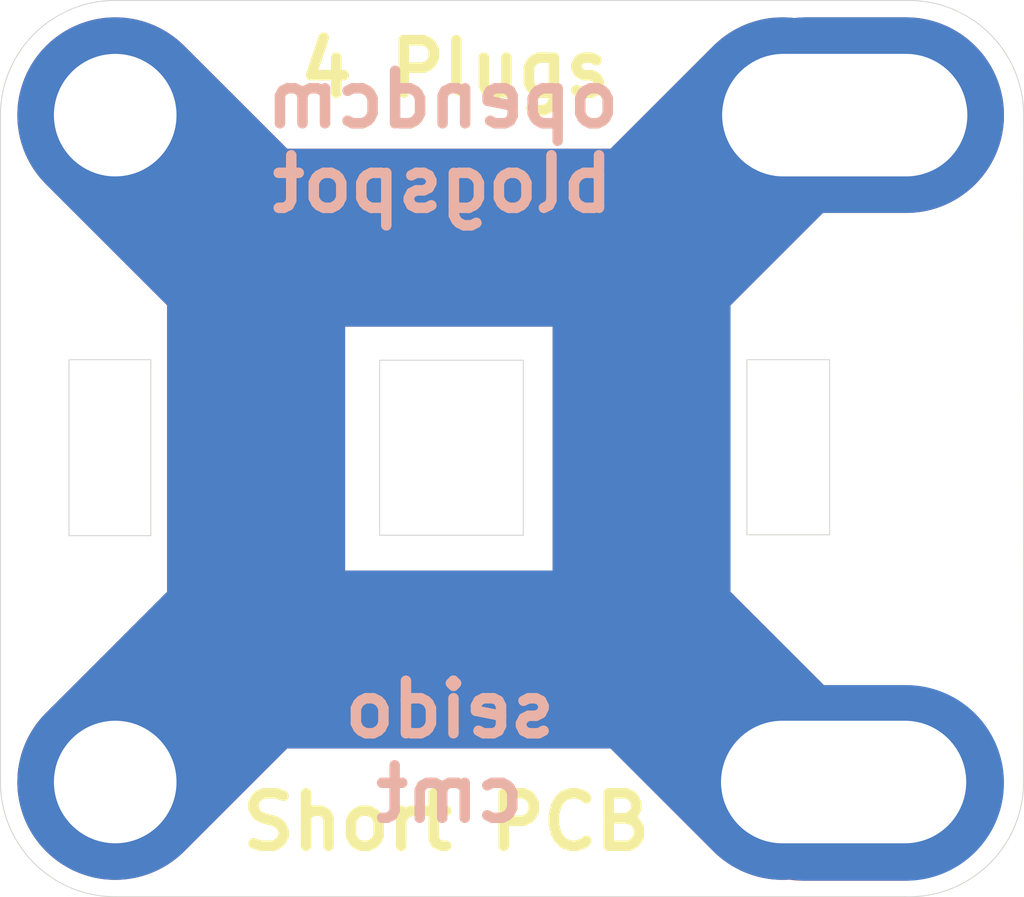
<source format=kicad_pcb>
(kicad_pcb (version 20171130) (host pcbnew 5.1.0-060a0da~80~ubuntu14.04.1)

  (general
    (thickness 1.6)
    (drawings 24)
    (tracks 20)
    (zones 0)
    (modules 4)
    (nets 1)
  )

  (page A4)
  (layers
    (0 F.Cu signal)
    (31 B.Cu signal)
    (32 B.Adhes user)
    (33 F.Adhes user)
    (34 B.Paste user)
    (35 F.Paste user)
    (36 B.SilkS user)
    (37 F.SilkS user)
    (38 B.Mask user)
    (39 F.Mask user)
    (40 Dwgs.User user)
    (41 Cmts.User user)
    (42 Eco1.User user)
    (43 Eco2.User user)
    (44 Edge.Cuts user)
    (45 Margin user)
    (46 B.CrtYd user)
    (47 F.CrtYd user)
    (48 B.Fab user)
    (49 F.Fab user)
  )

  (setup
    (last_trace_width 0.25)
    (trace_clearance 0.2)
    (zone_clearance 0.508)
    (zone_45_only no)
    (trace_min 0.2)
    (via_size 0.8)
    (via_drill 0.4)
    (via_min_size 0.4)
    (via_min_drill 0.3)
    (uvia_size 0.3)
    (uvia_drill 0.1)
    (uvias_allowed no)
    (uvia_min_size 0.2)
    (uvia_min_drill 0.1)
    (edge_width 0.0254)
    (segment_width 0.2)
    (pcb_text_width 0.3)
    (pcb_text_size 1.5 1.5)
    (mod_edge_width 0.15)
    (mod_text_size 1 1)
    (mod_text_width 0.15)
    (pad_size 8.5 5)
    (pad_drill 7)
    (pad_to_mask_clearance 0.2)
    (solder_mask_min_width 0.25)
    (aux_axis_origin 143.129 111.76)
    (grid_origin 143.129 92.71)
    (visible_elements FFFFFFFF)
    (pcbplotparams
      (layerselection 0x010fc_ffffffff)
      (usegerberextensions false)
      (usegerberattributes false)
      (usegerberadvancedattributes false)
      (creategerberjobfile false)
      (excludeedgelayer true)
      (linewidth 0.100000)
      (plotframeref false)
      (viasonmask false)
      (mode 1)
      (useauxorigin false)
      (hpglpennumber 1)
      (hpglpenspeed 20)
      (hpglpendiameter 15.000000)
      (psnegative false)
      (psa4output false)
      (plotreference true)
      (plotvalue true)
      (plotinvisibletext false)
      (padsonsilk false)
      (subtractmaskfromsilk false)
      (outputformat 1)
      (mirror false)
      (drillshape 1)
      (scaleselection 1)
      (outputdirectory ""))
  )

  (net 0 "")

  (net_class Default "This is the default net class."
    (clearance 0.2)
    (trace_width 0.25)
    (via_dia 0.8)
    (via_drill 0.4)
    (uvia_dia 0.3)
    (uvia_drill 0.1)
  )

  (module cal_zero_uni:VIA_oval (layer F.Cu) (tedit 5C528909) (tstamp 5C528C60)
    (at 201.3458 89.154)
    (path /5AE36678)
    (fp_text reference U1 (at 0 0.5) (layer F.SilkS)
      (effects (font (size 1 1) (thickness 0.15)))
    )
    (fp_text value VIA (at 0 -0.5) (layer F.Fab)
      (effects (font (size 1 1) (thickness 0.15)))
    )
    (pad 1 thru_hole oval (at 0 0) (size 8.5 5) (drill oval 7 3.5) (layers *.Cu *.Mask))
  )

  (module cal_zero_uni:VIA (layer F.Cu) (tedit 5C055CDB) (tstamp 5AE36BFF)
    (at 180.5178 108.204 270)
    (path /5AE3685D)
    (fp_text reference U4 (at 0 0.5 270) (layer F.SilkS)
      (effects (font (size 1 1) (thickness 0.15)))
    )
    (fp_text value VIA (at 0 -0.5 270) (layer F.Fab)
      (effects (font (size 1 1) (thickness 0.15)))
    )
    (pad 1 thru_hole circle (at 0 0 270) (size 5 5) (drill 3.5) (layers *.Cu *.Mask))
  )

  (module cal_zero_uni:VIA (layer F.Cu) (tedit 5C055CDB) (tstamp 5AE36C17)
    (at 180.5178 89.154 270)
    (path /5AE366F5)
    (fp_text reference U2 (at 0 0.5 270) (layer F.SilkS)
      (effects (font (size 1 1) (thickness 0.15)))
    )
    (fp_text value VIA (at 0 -0.5 270) (layer F.Fab)
      (effects (font (size 1 1) (thickness 0.15)))
    )
    (pad 1 thru_hole circle (at 0 0 270) (size 5 5) (drill 3.5) (layers *.Cu *.Mask))
  )

  (module cal_zero_uni:VIA_oval (layer F.Cu) (tedit 5C528909) (tstamp 5C52898A)
    (at 201.31405 108.204)
    (path /5AE367CF)
    (fp_text reference U3 (at 0 0.5) (layer F.SilkS)
      (effects (font (size 1 1) (thickness 0.15)))
    )
    (fp_text value VIA (at 0 -0.5) (layer F.Fab)
      (effects (font (size 1 1) (thickness 0.15)))
    )
    (pad 1 thru_hole oval (at 0 0) (size 8.5 5) (drill oval 7 3.5) (layers *.Cu *.Mask))
  )

  (gr_text "seido\ncmt" (at 190.0682 107.3404) (layer B.SilkS) (tstamp 5C056AE8)
    (effects (font (size 1.5 1.5) (thickness 0.3)) (justify mirror))
  )
  (gr_text "opendcm\nblogspot" (at 189.865 89.916) (layer B.SilkS) (tstamp 5C0566A1)
    (effects (font (size 1.5 1.5) (thickness 0.3)) (justify mirror))
  )
  (gr_line (start 203.073 111.4806) (end 180.5178 111.4806) (layer Edge.Cuts) (width 0.0254) (tstamp 5C055DE0))
  (gr_text "4 Plugs" (at 190.2206 87.8332) (layer F.SilkS) (tstamp 5B0EF8F6)
    (effects (font (size 1.5 1.5) (thickness 0.3)))
  )
  (gr_text "Short PCB" (at 189.9666 109.347) (layer F.SilkS)
    (effects (font (size 1.5 1.5) (thickness 0.3)))
  )
  (gr_line (start 181.5338 96.139) (end 179.197 96.139) (layer Edge.Cuts) (width 0.0254) (tstamp 5B0EEF41))
  (gr_line (start 181.5338 96.139) (end 181.5338 101.1682) (layer Edge.Cuts) (width 0.0254) (tstamp 5B0EEF40))
  (gr_line (start 179.197 101.1682) (end 181.5338 101.1682) (layer Edge.Cuts) (width 0.0254) (tstamp 5B0EEF3F))
  (gr_line (start 179.197 96.139) (end 179.197 101.1682) (layer Edge.Cuts) (width 0.0254) (tstamp 5B0EEF3E))
  (gr_line (start 200.914 96.139) (end 200.914 101.1428) (layer Edge.Cuts) (width 0.0254) (tstamp 5B0EEF11))
  (gr_line (start 198.5518 96.139) (end 198.5518 101.1428) (layer Edge.Cuts) (width 0.0254) (tstamp 5B0EEEDA))
  (gr_line (start 192.1678 101.154) (end 188.0678 101.154) (layer Edge.Cuts) (width 0.0254) (tstamp 5B0EEDE5))
  (gr_line (start 188.0678 96.154) (end 188.0678 101.154) (layer Edge.Cuts) (width 0.0254) (tstamp 5B0EEDDD))
  (gr_line (start 192.1678 96.154) (end 188.0678 96.154) (layer Edge.Cuts) (width 0.0254) (tstamp 5B0EEA38))
  (gr_line (start 192.1678 96.154) (end 192.1678 101.154) (layer Edge.Cuts) (width 0.0254) (tstamp 5B0EEA35))
  (gr_line (start 198.5518 101.1428) (end 200.914 101.1428) (layer Edge.Cuts) (width 0.0254))
  (gr_line (start 200.914 96.139) (end 198.5518 96.139) (layer Edge.Cuts) (width 0.0254) (tstamp 5AEBEAD6))
  (gr_line (start 203.1746 85.8774) (end 180.5178 85.8774) (layer Edge.Cuts) (width 0.0254))
  (gr_line (start 206.449627 108.305551) (end 206.45374 89.1032) (layer Edge.Cuts) (width 0.0254) (tstamp 5C528CF6))
  (gr_line (start 177.2412 89.154) (end 177.2412 108.204) (layer Edge.Cuts) (width 0.0254) (tstamp 5AEBEA33))
  (gr_arc (start 203.173025 108.204) (end 203.071425 111.4806) (angle -90.00085275) (layer Edge.Cuts) (width 0.0254))
  (gr_arc (start 203.17714 89.154886) (end 206.45374 89.1032) (angle -89.14068518) (layer Edge.Cuts) (width 0.0254))
  (gr_arc (start 180.5178 89.154) (end 180.5178 85.8774) (angle -90) (layer Edge.Cuts) (width 0.0254))
  (gr_arc (start 180.5178 108.204) (end 177.2412 108.204) (angle -90) (layer Edge.Cuts) (width 0.0254))

  (segment (start 184.017799 92.653999) (end 180.5178 89.154) (width 5.588) (layer F.Cu) (net 0) (status 20))
  (segment (start 196.067801 92.653999) (end 184.017799 92.653999) (width 5.08) (layer F.Cu) (net 0))
  (segment (start 184.54051 93.17671) (end 184.54051 104.18129) (width 5.08) (layer F.Cu) (net 0))
  (segment (start 196.067801 104.704001) (end 199.5678 108.204) (width 5.588) (layer F.Cu) (net 0) (status 20))
  (segment (start 184.017799 104.704001) (end 196.067801 104.704001) (width 5.08) (layer F.Cu) (net 0))
  (segment (start 180.5178 108.204) (end 184.017799 104.704001) (width 5.588) (layer F.Cu) (net 0) (status 10))
  (segment (start 195.54509 104.18129) (end 195.54509 93.17671) (width 5.08) (layer F.Cu) (net 0))
  (segment (start 196.067801 92.653999) (end 199.5678 89.154) (width 5.588) (layer F.Cu) (net 0) (status 20))
  (segment (start 196.067801 92.653999) (end 184.017799 92.653999) (width 5.08) (layer B.Cu) (net 0))
  (segment (start 199.5678 89.154) (end 196.067801 92.653999) (width 5.588) (layer B.Cu) (net 0) (status 10))
  (segment (start 195.54509 93.17671) (end 195.54509 104.18129) (width 5.08) (layer B.Cu) (net 0))
  (segment (start 184.017799 104.704001) (end 180.5178 108.204) (width 5.588) (layer B.Cu) (net 0) (status 20))
  (segment (start 196.067801 104.704001) (end 184.017799 104.704001) (width 5.08) (layer B.Cu) (net 0))
  (segment (start 199.5678 108.204) (end 196.067801 104.704001) (width 5.588) (layer B.Cu) (net 0) (status 10))
  (segment (start 184.017799 92.653999) (end 180.5178 89.154) (width 5.588) (layer B.Cu) (net 0) (status 20))
  (segment (start 184.54051 104.18129) (end 184.54051 93.17671) (width 5.08) (layer B.Cu) (net 0))
  (segment (start 200.2536 89.154) (end 203.0984 89.154) (width 5.588) (layer B.Cu) (net 0) (status 30))
  (segment (start 200.1774 108.2294) (end 203.0222 108.2294) (width 5.588) (layer F.Cu) (net 0) (tstamp 5C6ADC12) (status 30))
  (segment (start 200.2536 89.154) (end 203.0984 89.154) (width 5.588) (layer F.Cu) (net 0) (tstamp 5C6ADC88) (status 30))
  (segment (start 200.2536 108.2294) (end 203.0984 108.2294) (width 5.588) (layer B.Cu) (net 0) (tstamp 5C6AF020) (status 30))

)

</source>
